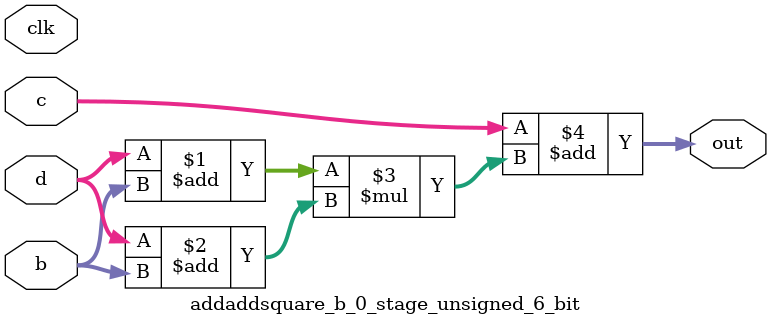
<source format=sv>
(* use_dsp = "yes" *) module addaddsquare_b_0_stage_unsigned_6_bit(
	input  [5:0] b,
	input  [5:0] c,
	input  [5:0] d,
	output [5:0] out,
	input clk);

	assign out = c + ((d + b) * (d + b));
endmodule

</source>
